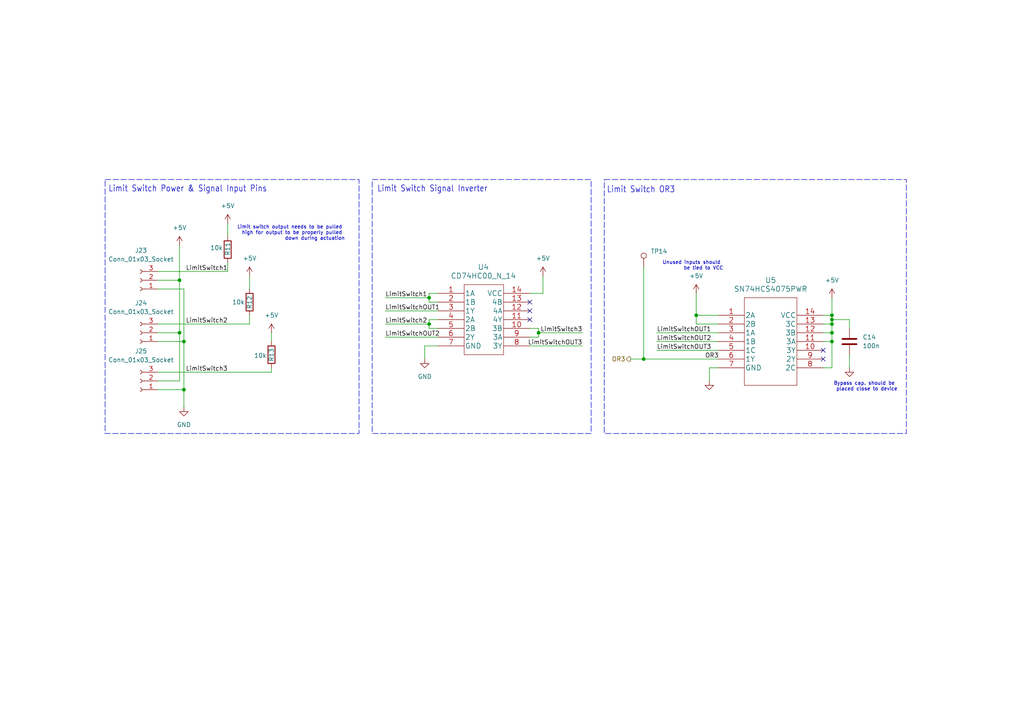
<source format=kicad_sch>
(kicad_sch (version 20231120) (generator "eeschema") (generator_version "8.0")
  (paper "A4")
  (title_block (title "ECE445_MainBoard") (rev "2") (company "University of Illinois Urbana-Champaign") (comment 1 "ECE 445: Senior Design Lab"))
  (lib_symbols
    (symbol "Connector:Conn_01x03_Socket" (pin_names (offset 1.016) hide)
      (property "Reference" "J" (at 0 5.08 0))
      (property "Value" "Conn_01x03_Socket" (at 0 -5.08 0))
      (symbol "Conn_01x03_Socket_1_1"
        (arc (start 0 -2.032) (mid -0.5058 -2.54) (end 0 -3.048) (stroke (width 0.1524)))
        (polyline (pts (xy -1.27 -2.54) (xy -0.508 -2.54)) (stroke (width 0.1524)))
        (polyline (pts (xy -1.27 0) (xy -0.508 0)) (stroke (width 0.1524)))
        (polyline (pts (xy -1.27 2.54) (xy -0.508 2.54)) (stroke (width 0.1524)))
        (arc (start 0 0.508) (mid -0.5058 0) (end 0 -0.508) (stroke (width 0.1524)))
        (arc (start 0 3.048) (mid -0.5058 2.54) (end 0 2.032) (stroke (width 0.1524)))
        (pin passive line (at -5.08 2.54 0) (length 3.81) (name "Pin_1") (number "1"))
        (pin passive line (at -5.08 0 0) (length 3.81) (name "Pin_2") (number "2"))
        (pin passive line (at -5.08 -2.54 0) (length 3.81) (name "Pin_3") (number "3"))
      )
    )
    (symbol "Connector:TestPoint" (pin_numbers hide) (pin_names (offset 0.762) hide)
      (property "Reference" "TP" (at 0 6.858 0))
      (property "Value" "TestPoint" (at 0 5.08 0))
      (symbol "TestPoint_0_1"
        (circle (center 0 3.302) (radius 0.762))
      )
      (symbol "TestPoint_1_1"
        (pin passive line (at 0 0 90) (length 2.54) (name "1") (number "1"))
      )
    )
    (symbol "CustomSymbols:CD74HC00_N_14" (pin_names (offset 0.254))
      (property "Reference" "U" (at 13.462 6.858 0))
      (property "Value" "CD74HC00_N_14" (at 13.462 4.318 0))
      (property "Datasheet" "https://www.ti.com/lit/ds/symlink/cd74hc00.pdf?ts=1712281608782&ref_url=https%253A%252F%252Fwww.ti.com%252Fproduct%252FCD74HC00" (at 0.254 9.906 0))
      (symbol "CD74HC00_N_14_1_1"
        (polyline (pts (xy 7.62 -17.78) (xy 19.05 -17.78)) (stroke (width 0.127)))
        (polyline (pts (xy 7.62 2.54) (xy 7.62 -17.78)) (stroke (width 0.127)))
        (polyline (pts (xy 19.05 -17.78) (xy 19.05 2.54)) (stroke (width 0.127)))
        (polyline (pts (xy 19.05 2.54) (xy 7.62 2.54)) (stroke (width 0.127)))
        (pin input line (at 0 0 0) (length 7.62) (name "1A") (number "1"))
        (pin input line (at 26.67 -10.16 180) (length 7.62) (name "3B") (number "10"))
        (pin output line (at 26.67 -7.62 180) (length 7.62) (name "4Y") (number "11"))
        (pin input line (at 26.67 -5.08 180) (length 7.62) (name "4A") (number "12"))
        (pin input line (at 26.67 -2.54 180) (length 7.62) (name "4B") (number "13"))
        (pin power_in line (at 26.67 0 180) (length 7.62) (name "VCC") (number "14"))
        (pin input line (at 0 -2.54 0) (length 7.62) (name "1B") (number "2"))
        (pin output line (at 0 -5.08 0) (length 7.62) (name "1Y") (number "3"))
        (pin input line (at 0 -7.62 0) (length 7.62) (name "2A") (number "4"))
        (pin input line (at 0 -10.16 0) (length 7.62) (name "2B") (number "5"))
        (pin output line (at 0 -12.7 0) (length 7.62) (name "2Y") (number "6"))
        (pin power_in line (at 0 -15.24 0) (length 7.62) (name "GND") (number "7"))
        (pin output line (at 26.67 -15.24 180) (length 7.62) (name "3Y") (number "8"))
        (pin input line (at 26.67 -12.7 180) (length 7.62) (name "3A") (number "9"))
      )
    )
    (symbol "CustomSymbols:SN74HCS4075PWR" (pin_names (offset 0.254))
      (property "Reference" "U" (at 15.24 10.16 0))
      (property "Value" "SN74HCS4075PWR" (at 15.24 7.62 0))
      (symbol "SN74HCS4075PWR_1_1"
        (polyline (pts (xy 7.62 -20.32) (xy 22.86 -20.32)) (stroke (width 0.127)))
        (polyline (pts (xy 7.62 5.08) (xy 7.62 -20.32)) (stroke (width 0.127)))
        (polyline (pts (xy 22.86 -20.32) (xy 22.86 5.08)) (stroke (width 0.127)))
        (polyline (pts (xy 22.86 5.08) (xy 7.62 5.08)) (stroke (width 0.127)))
        (pin input line (at 0 0 0) (length 7.62) (name "2A") (number "1"))
        (pin output line (at 30.48 -10.16 180) (length 7.62) (name "3Y") (number "10"))
        (pin input line (at 30.48 -7.62 180) (length 7.62) (name "3A") (number "11"))
        (pin input line (at 30.48 -5.08 180) (length 7.62) (name "3B") (number "12"))
        (pin input line (at 30.48 -2.54 180) (length 7.62) (name "3C") (number "13"))
        (pin power_in line (at 30.48 0 180) (length 7.62) (name "VCC") (number "14"))
        (pin input line (at 0 -2.54 0) (length 7.62) (name "2B") (number "2"))
        (pin input line (at 0 -5.08 0) (length 7.62) (name "1A") (number "3"))
        (pin input line (at 0 -7.62 0) (length 7.62) (name "1B") (number "4"))
        (pin input line (at 0 -10.16 0) (length 7.62) (name "1C") (number "5"))
        (pin output line (at 0 -12.7 0) (length 7.62) (name "1Y") (number "6"))
        (pin power_in line (at 0 -15.24 0) (length 7.62) (name "GND") (number "7"))
        (pin input line (at 30.48 -15.24 180) (length 7.62) (name "2C") (number "8"))
        (pin output line (at 30.48 -12.7 180) (length 7.62) (name "2Y") (number "9"))
      )
    )
    (symbol "Device:C" (pin_numbers hide) (pin_names (offset 0.254))
      (property "Reference" "C" (at 0.635 2.54 0))
      (property "Value" "C" (at 0.635 -2.54 0))
      (symbol "C_0_1"
        (polyline (pts (xy -2.032 -0.762) (xy 2.032 -0.762)) (stroke (width 0.508)))
        (polyline (pts (xy -2.032 0.762) (xy 2.032 0.762)) (stroke (width 0.508)))
      )
      (symbol "C_1_1"
        (pin passive line (at 0 3.81 270) (length 2.794) (name "~") (number "1"))
        (pin passive line (at 0 -3.81 90) (length 2.794) (name "~") (number "2"))
      )
    )
    (symbol "Device:R" (pin_numbers hide) (pin_names (offset 0))
      (property "Reference" "R" (at 2.032 0 90))
      (property "Value" "R" (at 0 0 90))
      (symbol "R_0_1"
        (rectangle (start -1.016 -2.54) (end 1.016 2.54) (stroke (width 0.254)))
      )
      (symbol "R_1_1"
        (pin passive line (at 0 3.81 270) (length 1.27) (name "~") (number "1"))
        (pin passive line (at 0 -3.81 90) (length 1.27) (name "~") (number "2"))
      )
    )
    (symbol "power:+5V" (power) (pin_numbers hide) (pin_names (offset 0) hide)
      (property "Value" "+5V" (at 0 3.556 0))
      (symbol "+5V_0_1"
        (polyline (pts (xy -0.762 1.27) (xy 0 2.54)))
        (polyline (pts (xy 0 0) (xy 0 2.54)))
        (polyline (pts (xy 0 2.54) (xy 0.762 1.27)))
      )
      (symbol "+5V_1_1"
        (pin power_in line (at 0 0 90) (length 0) (name "~") (number "1"))
      )
    )
    (symbol "power:GND" (power) (pin_numbers hide) (pin_names (offset 0) hide)
      (property "Value" "GND" (at 0 -3.81 0))
      (symbol "GND_0_1"
        (polyline (pts (xy 0 0) (xy 0 -1.27) (xy 1.27 -1.27) (xy 0 -2.54) (xy -1.27 -1.27) (xy 0 -1.27)))
      )
      (symbol "GND_1_1"
        (pin power_in line (at 0 0 270) (length 0) (name "~") (number "1"))
      )
    )
  )
  (junction (at 201.93 91.44))
  (junction (at 52.07 96.52))
  (junction (at 53.34 113.03))
  (junction (at 241.3 96.52))
  (junction (at 124.46 93.98))
  (junction (at 241.3 93.98))
  (junction (at 53.34 99.06))
  (junction (at 241.3 91.44))
  (junction (at 52.07 81.28))
  (junction (at 186.69 104.14))
  (junction (at 241.3 92.71))
  (junction (at 241.3 99.06))
  (junction (at 156.21 96.52))
  (junction (at 124.46 86.36))
  (no_connect (at 238.76 101.6))
  (no_connect (at 153.67 92.71))
  (no_connect (at 238.76 104.14))
  (no_connect (at 153.67 87.63))
  (no_connect (at 153.67 90.17))
  (wire (pts (xy 127 85.09) (xy 124.46 85.09)))
  (wire (pts (xy 241.3 93.98) (xy 241.3 96.52)))
  (wire (pts (xy 190.5 96.52) (xy 208.28 96.52)))
  (wire (pts (xy 124.46 86.36) (xy 124.46 87.63)))
  (wire (pts (xy 241.3 92.71) (xy 241.3 93.98)))
  (wire (pts (xy 78.74 106.68) (xy 78.74 107.95)))
  (wire (pts (xy 52.07 71.12) (xy 52.07 81.28)))
  (wire (pts (xy 156.21 97.79) (xy 156.21 96.52)))
  (wire (pts (xy 124.46 95.25) (xy 127 95.25)))
  (wire (pts (xy 124.46 87.63) (xy 127 87.63)))
  (wire (pts (xy 238.76 93.98) (xy 241.3 93.98)))
  (wire (pts (xy 246.38 102.87) (xy 246.38 106.68)))
  (wire (pts (xy 246.38 92.71) (xy 246.38 95.25)))
  (wire (pts (xy 72.39 91.44) (xy 72.39 93.98)))
  (wire (pts (xy 52.07 96.52) (xy 52.07 81.28)))
  (wire (pts (xy 111.76 97.79) (xy 127 97.79)))
  (wire (pts (xy 201.93 91.44) (xy 208.28 91.44)))
  (wire (pts (xy 208.28 93.98) (xy 201.93 93.98)))
  (wire (pts (xy 156.21 95.25) (xy 153.67 95.25)))
  (wire (pts (xy 45.72 96.52) (xy 52.07 96.52)))
  (wire (pts (xy 66.04 76.2) (xy 66.04 78.74)))
  (wire (pts (xy 241.3 91.44) (xy 241.3 92.71)))
  (wire (pts (xy 186.69 77.47) (xy 186.69 104.14)))
  (wire (pts (xy 153.67 100.33) (xy 168.91 100.33)))
  (wire (pts (xy 238.76 91.44) (xy 241.3 91.44)))
  (wire (pts (xy 53.34 83.82) (xy 53.34 99.06)))
  (wire (pts (xy 241.3 99.06) (xy 241.3 106.68)))
  (wire (pts (xy 53.34 113.03) (xy 45.72 113.03)))
  (wire (pts (xy 241.3 92.71) (xy 246.38 92.71)))
  (wire (pts (xy 111.76 86.36) (xy 124.46 86.36)))
  (wire (pts (xy 111.76 90.17) (xy 127 90.17)))
  (wire (pts (xy 66.04 64.77) (xy 66.04 68.58)))
  (wire (pts (xy 45.72 107.95) (xy 78.74 107.95)))
  (wire (pts (xy 123.19 100.33) (xy 123.19 104.14)))
  (wire (pts (xy 201.93 93.98) (xy 201.93 91.44)))
  (wire (pts (xy 45.72 83.82) (xy 53.34 83.82)))
  (wire (pts (xy 78.74 96.52) (xy 78.74 99.06)))
  (wire (pts (xy 205.74 106.68) (xy 208.28 106.68)))
  (wire (pts (xy 156.21 96.52) (xy 168.91 96.52)))
  (wire (pts (xy 238.76 99.06) (xy 241.3 99.06)))
  (wire (pts (xy 238.76 96.52) (xy 241.3 96.52)))
  (wire (pts (xy 124.46 85.09) (xy 124.46 86.36)))
  (wire (pts (xy 72.39 80.01) (xy 72.39 83.82)))
  (wire (pts (xy 186.69 104.14) (xy 208.28 104.14)))
  (wire (pts (xy 205.74 110.49) (xy 205.74 106.68)))
  (wire (pts (xy 157.48 85.09) (xy 153.67 85.09)))
  (wire (pts (xy 201.93 85.09) (xy 201.93 91.44)))
  (wire (pts (xy 127 100.33) (xy 123.19 100.33)))
  (wire (pts (xy 45.72 110.49) (xy 52.07 110.49)))
  (wire (pts (xy 124.46 92.71) (xy 124.46 93.98)))
  (wire (pts (xy 238.76 106.68) (xy 241.3 106.68)))
  (wire (pts (xy 182.88 104.14) (xy 186.69 104.14)))
  (wire (pts (xy 157.48 80.01) (xy 157.48 85.09)))
  (wire (pts (xy 53.34 99.06) (xy 53.34 113.03)))
  (wire (pts (xy 156.21 96.52) (xy 156.21 95.25)))
  (wire (pts (xy 124.46 93.98) (xy 124.46 95.25)))
  (wire (pts (xy 45.72 93.98) (xy 72.39 93.98)))
  (wire (pts (xy 153.67 97.79) (xy 156.21 97.79)))
  (wire (pts (xy 45.72 78.74) (xy 66.04 78.74)))
  (wire (pts (xy 241.3 86.36) (xy 241.3 91.44)))
  (wire (pts (xy 45.72 99.06) (xy 53.34 99.06)))
  (wire (pts (xy 190.5 99.06) (xy 208.28 99.06)))
  (wire (pts (xy 52.07 81.28) (xy 45.72 81.28)))
  (wire (pts (xy 52.07 110.49) (xy 52.07 96.52)))
  (wire (pts (xy 127 92.71) (xy 124.46 92.71)))
  (wire (pts (xy 53.34 118.11) (xy 53.34 113.03)))
  (wire (pts (xy 241.3 96.52) (xy 241.3 99.06)))
  (wire (pts (xy 111.76 93.98) (xy 124.46 93.98)))
  (wire (pts (xy 190.5 101.6) (xy 208.28 101.6)))
  (rectangle (start 107.95 52.07) (end 171.45 125.73) (stroke (width 0) (type dash)))
  (rectangle (start 175.26 52.07) (end 262.89 125.73) (stroke (width 0) (type dash)))
  (rectangle (start 30.48 52.07) (end 104.14 125.73) (stroke (width 0) (type dash)))
  (text "Bypass cap. should be \nplaced close to device" (at 260.35 113.538 0) (effects (font (size 1.016 1.016)) (justify right bottom)))
  (text "Limit Switch OR3" (at 195.834 56.134 0) (effects (font (size 1.778 1.5113)) (justify right bottom)))
  (text "Limit Switch Signal Inverter" (at 141.478 55.88 0) (effects (font (size 1.778 1.5113)) (justify right bottom)))
  (text "Unused inputs should \nbe tied to VCC" (at 209.804 78.486 0) (effects (font (size 1.016 1.016)) (justify right bottom)))
  (text "Limit switch output needs to be pulled \nhigh for output to be properly pulled \ndown during actuation" (at 100.076 69.85 0) (effects (font (size 1.016 1.016)) (justify right bottom)))
  (text "Limit Switch Power & Signal Input Pins" (at 77.47 55.88 0) (effects (font (size 1.778 1.5113)) (justify right bottom)))
  (label "LimitSwitchOUT1" (at 190.5 96.52 0))
  (label "LimitSwitch1" (at 111.76 86.36 0))
  (label "LimitSwitch3" (at 168.91 96.52 180))
  (label "LimitSwitchOUT3" (at 190.5 101.6 0))
  (label "LimitSwitchOUT1" (at 111.76 90.17 0))
  (label "LimitSwitch3" (at 66.04 107.95 180))
  (label "LimitSwitch2" (at 66.04 93.98 180))
  (label "LimitSwitch1" (at 66.04 78.74 180))
  (label "LimitSwitch2" (at 111.76 93.98 0))
  (label "LimitSwitchOUT3" (at 168.91 100.33 180))
  (label "OR3" (at 204.47 104.14 0))
  (label "LimitSwitchOUT2" (at 190.5 99.06 0))
  (label "LimitSwitchOUT2" (at 111.76 97.79 0))
  (hierarchical_label "OR3" (shape output) (at 182.88 104.14 180))
  (symbol (lib_id "power:+5V") (at 157.48 80.01 0) (unit 1)
    (property "Reference" "#PWR053" (effects (hide yes)))
    (property "Value" "+5V" (at 157.48 74.93 0))
    (property "Description" "Power symbol creates a global label with name \"+5V\"" (effects (hide yes)))
  )
  (symbol (lib_id "power:GND") (at 205.74 110.49 0) (unit 1)
    (property "Reference" "#PWR059" (effects (hide yes)))
    (property "Value" "GND" (effects (hide yes)))
    (property "Description" "Power symbol creates a global label with name \"GND\" , ground" (effects (hide yes)))
  )
  (symbol (lib_id "power:+5V") (at 72.39 80.01 0) (unit 1)
    (property "Reference" "#PWR052" (effects (hide yes)))
    (property "Value" "+5V" (at 72.39 74.93 0))
    (property "Description" "Power symbol creates a global label with name \"+5V\"" (effects (hide yes)))
  )
  (symbol (lib_id "CustomSymbols:SN74HCS4075PWR") (at 208.28 91.44 0) (unit 1)
    (property "Reference" "U5" (at 223.52 81.28 0) (effects (font (size 1.524 1.524))))
    (property "Value" "SN74HCS4075PWR" (at 223.52 83.82 0) (effects (font (size 1.524 1.524))))
    (property "Footprint" "CustomFootprints:SN74HCS4075PWR" (effects (hide yes)))
    (property "Datasheet" "https://www.digikey.com/en/products/detail/texas-instruments/SN74HCS4075PWR/11635670" (effects (hide yes)))
    (property "Description" " Triple 3-Input OR Gates with Schmitt-Trigger Inputs" (effects (hide yes)))
  )
  (symbol (lib_id "Device:R") (at 72.39 87.63 0) (unit 1)
    (property "Reference" "R12" (at 72.39 89.662 90) (effects (justify left)))
    (property "Value" "10k" (at 67.31 87.63 0) (effects (justify left)))
    (property "Footprint" "Resistor_THT:R_Axial_DIN0207_L6.3mm_D2.5mm_P7.62mm_Horizontal" (effects (hide yes)))
    (property "Description" "Resistor" (effects (hide yes)))
  )
  (symbol (lib_id "power:GND") (at 123.19 104.14 0) (unit 1)
    (property "Reference" "#PWR057" (effects (hide yes)))
    (property "Value" "GND" (at 123.19 109.22 0))
    (property "Description" "Power symbol creates a global label with name \"GND\" , ground" (effects (hide yes)))
  )
  (symbol (lib_id "power:GND") (at 246.38 106.68 0) (unit 1)
    (property "Reference" "#PWR058" (effects (hide yes)))
    (property "Value" "GND" (effects (hide yes)))
    (property "Description" "Power symbol creates a global label with name \"GND\" , ground" (effects (hide yes)))
  )
  (symbol (lib_id "power:+5V") (at 66.04 64.77 0) (unit 1)
    (property "Reference" "#PWR050" (effects (hide yes)))
    (property "Value" "+5V" (at 66.04 59.69 0))
    (property "Description" "Power symbol creates a global label with name \"+5V\"" (effects (hide yes)))
  )
  (symbol (lib_id "Connector:Conn_01x03_Socket") (at 40.64 96.52 180) (unit 1)
    (property "Reference" "J24" (at 40.894 87.884 0))
    (property "Value" "Conn_01x03_Socket" (at 40.894 90.424 0))
    (property "Footprint" "Connector_PinHeader_2.54mm:PinHeader_1x03_P2.54mm_Horizontal" (effects (hide yes)))
    (property "Description" "Generic connector, single row, 01x03, script generated" (effects (hide yes)))
  )
  (symbol (lib_id "CustomSymbols:CD74HC00_N_14") (at 127 85.09 0) (unit 1)
    (property "Reference" "U4" (at 140.208 77.47 0) (effects (font (size 1.524 1.524))))
    (property "Value" "CD74HC00_N_14" (at 140.208 80.01 0) (effects (font (size 1.524 1.524))))
    (property "Footprint" "Package_DIP:DIP-14_W7.62mm_LongPads" (effects (hide yes)))
    (property "Datasheet" "https://www.ti.com/lit/ds/symlink/cd74hc00.pdf?ts=1712281608782&ref_url=https%253A%252F%252Fwww.ti.com%252Fproduct%252FCD74HC00" (effects (hide yes)))
  )
  (symbol (lib_id "Connector:Conn_01x03_Socket") (at 40.64 81.28 180) (unit 1)
    (property "Reference" "J23" (at 40.894 72.644 0))
    (property "Value" "Conn_01x03_Socket" (at 40.894 75.184 0))
    (property "Footprint" "Connector_PinHeader_2.54mm:PinHeader_1x03_P2.54mm_Horizontal" (effects (hide yes)))
    (property "Description" "Generic connector, single row, 01x03, script generated" (effects (hide yes)))
  )
  (symbol (lib_id "Device:R") (at 66.04 72.39 0) (unit 1)
    (property "Reference" "R11" (at 66.04 74.168 90) (effects (justify left)))
    (property "Value" "10k" (at 60.96 71.882 0) (effects (justify left)))
    (property "Footprint" "Resistor_THT:R_Axial_DIN0207_L6.3mm_D2.5mm_P7.62mm_Horizontal" (effects (hide yes)))
    (property "Description" "Resistor" (effects (hide yes)))
  )
  (symbol (lib_id "power:+5V") (at 52.07 71.12 0) (unit 1)
    (property "Reference" "#PWR051" (effects (hide yes)))
    (property "Value" "+5V" (at 52.07 66.04 0))
    (property "Description" "Power symbol creates a global label with name \"+5V\"" (effects (hide yes)))
  )
  (symbol (lib_id "power:+5V") (at 241.3 86.36 0) (unit 1)
    (property "Reference" "#PWR055" (effects (hide yes)))
    (property "Value" "+5V" (at 241.3 81.28 0))
    (property "Description" "Power symbol creates a global label with name \"+5V\"" (effects (hide yes)))
  )
  (symbol (lib_id "Connector:Conn_01x03_Socket") (at 40.64 110.49 180) (unit 1)
    (property "Reference" "J25" (at 40.894 101.854 0))
    (property "Value" "Conn_01x03_Socket" (at 40.894 104.394 0))
    (property "Footprint" "Connector_PinHeader_2.54mm:PinHeader_1x03_P2.54mm_Horizontal" (effects (hide yes)))
    (property "Description" "Generic connector, single row, 01x03, script generated" (effects (hide yes)))
  )
  (symbol (lib_id "Device:C") (at 246.38 99.06 0) (unit 1)
    (property "Reference" "C14" (at 250.19 97.7899 0) (effects (justify left)))
    (property "Value" "100n" (at 250.19 100.3299 0) (effects (justify left)))
    (property "Footprint" "Capacitor_SMD:C_0603_1608Metric" (effects (hide yes)))
    (property "Datasheet" "https://www.digikey.com/en/products/detail/yageo/CC0603KRX7R7BB104/302822" (effects (hide yes)))
    (property "Description" "0.1 µF ±10% 16V Ceramic Capacitor X7R 0603 (1608 Metric)" (effects (hide yes)))
  )
  (symbol (lib_id "power:GND") (at 53.34 118.11 0) (unit 1)
    (property "Reference" "#PWR060" (effects (hide yes)))
    (property "Value" "GND" (at 53.34 123.19 0))
    (property "Description" "Power symbol creates a global label with name \"GND\" , ground" (effects (hide yes)))
  )
  (symbol (lib_id "power:+5V") (at 201.93 85.09 0) (unit 1)
    (property "Reference" "#PWR054" (effects (hide yes)))
    (property "Value" "+5V" (at 201.93 80.01 0))
    (property "Description" "Power symbol creates a global label with name \"+5V\"" (effects (hide yes)))
  )
  (symbol (lib_id "power:+5V") (at 78.74 96.52 0) (unit 1)
    (property "Reference" "#PWR056" (effects (hide yes)))
    (property "Value" "+5V" (at 78.74 91.44 0))
    (property "Description" "Power symbol creates a global label with name \"+5V\"" (effects (hide yes)))
  )
  (symbol (lib_id "Connector:TestPoint") (at 186.69 77.47 0) (unit 1)
    (property "Reference" "TP14" (at 188.722 72.898 0) (effects (justify left)))
    (property "Value" "White" (effects (hide yes)))
    (property "Footprint" "TestPoint:TestPoint_Keystone_5000-5004_Miniature" (effects (hide yes)))
    (property "Datasheet" "https://www.digikey.com/en/products/detail/keystone-electronics/5002/255328" (effects (hide yes)))
    (property "Description" "White PC Test Point, Miniature Phosphor Bronze Silver Plating Through Hole Mounting Type" (effects (hide yes)))
  )
  (symbol (lib_id "Device:R") (at 78.74 102.87 0) (unit 1)
    (property "Reference" "R13" (at 78.74 104.902 90) (effects (justify left)))
    (property "Value" "10k" (at 73.66 103.124 0) (effects (justify left)))
    (property "Footprint" "Resistor_THT:R_Axial_DIN0207_L6.3mm_D2.5mm_P7.62mm_Horizontal" (effects (hide yes)))
    (property "Description" "Resistor" (effects (hide yes)))
  )
)
</source>
